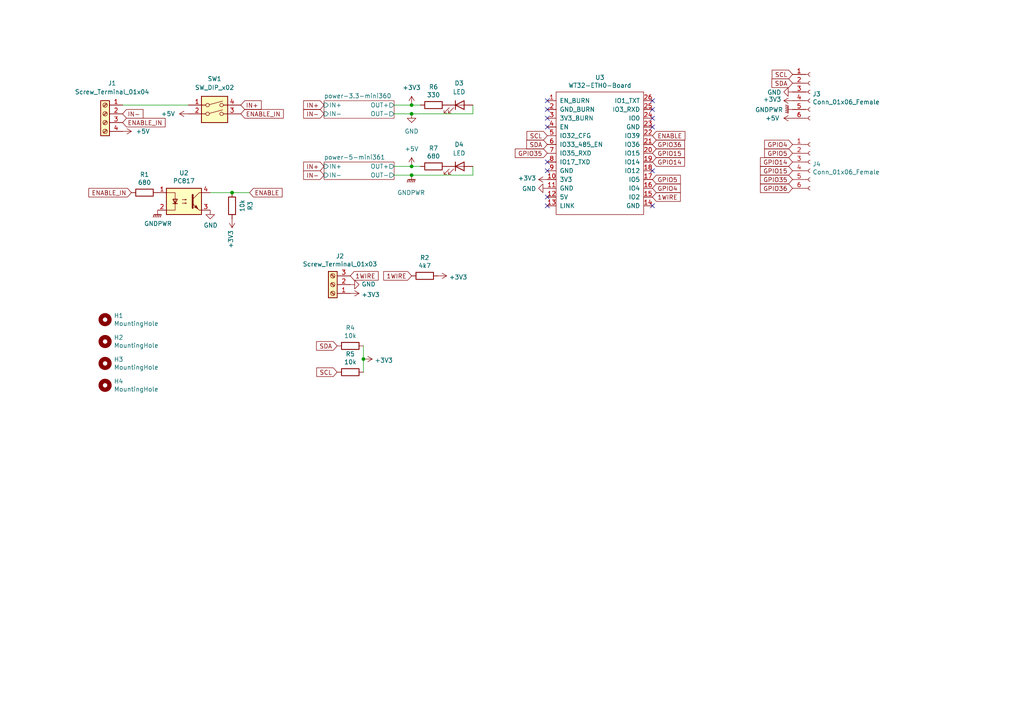
<source format=kicad_sch>
(kicad_sch (version 20210621) (generator eeschema)
  (paper "A4")
  (lib_symbols
    (symbol "Connector:Conn_01x06_Female" (pin_names (offset 1.016) hide)
      (property "Reference" "J" (at 0 7.62 0))
      (property "Value" "Conn_01x06_Female" (at 0 -10.16 0))
      (symbol "Conn_01x06_Female_1_1"
        (arc (start 0 -7.112) (end 0 -8.128) (radius (at 0 -7.62) (length 0.508) (angles 90.1 -90.1)) (stroke (width 0.1524)))
        (arc (start 0 -4.572) (end 0 -5.588) (radius (at 0 -5.08) (length 0.508) (angles 90.1 -90.1)) (stroke (width 0.1524)))
        (arc (start 0 -2.032) (end 0 -3.048) (radius (at 0 -2.54) (length 0.508) (angles 90.1 -90.1)) (stroke (width 0.1524)))
        (arc (start 0 0.508) (end 0 -0.508) (radius (at 0 0) (length 0.508) (angles 90.1 -90.1)) (stroke (width 0.1524)))
        (arc (start 0 3.048) (end 0 2.032) (radius (at 0 2.54) (length 0.508) (angles 90.1 -90.1)) (stroke (width 0.1524)))
        (arc (start 0 5.588) (end 0 4.572) (radius (at 0 5.08) (length 0.508) (angles 90.1 -90.1)) (stroke (width 0.1524)))
        (polyline (pts (xy -1.27 -7.62) (xy -0.508 -7.62)) (stroke (width 0.1524)))
        (polyline (pts (xy -1.27 -5.08) (xy -0.508 -5.08)) (stroke (width 0.1524)))
        (polyline (pts (xy -1.27 -2.54) (xy -0.508 -2.54)) (stroke (width 0.1524)))
        (polyline (pts (xy -1.27 0) (xy -0.508 0)) (stroke (width 0.1524)))
        (polyline (pts (xy -1.27 2.54) (xy -0.508 2.54)) (stroke (width 0.1524)))
        (polyline (pts (xy -1.27 5.08) (xy -0.508 5.08)) (stroke (width 0.1524)))
        (pin passive line (at -5.08 5.08 0) (length 3.81) (name "Pin_1") (number "1"))
        (pin passive line (at -5.08 2.54 0) (length 3.81) (name "Pin_2") (number "2"))
        (pin passive line (at -5.08 0 0) (length 3.81) (name "Pin_3") (number "3"))
        (pin passive line (at -5.08 -2.54 0) (length 3.81) (name "Pin_4") (number "4"))
        (pin passive line (at -5.08 -5.08 0) (length 3.81) (name "Pin_5") (number "5"))
        (pin passive line (at -5.08 -7.62 0) (length 3.81) (name "Pin_6") (number "6"))
      )
    )
    (symbol "Connector:Screw_Terminal_01x03" (pin_names (offset 1.016) hide)
      (property "Reference" "J" (at 0 5.08 0))
      (property "Value" "Screw_Terminal_01x03" (at 0 -5.08 0))
      (symbol "Screw_Terminal_01x03_1_1"
        (circle (center 0 -2.54) (radius 0.635) (stroke (width 0.1524)))
        (circle (center 0 0) (radius 0.635) (stroke (width 0.1524)))
        (circle (center 0 2.54) (radius 0.635) (stroke (width 0.1524)))
        (rectangle (start -1.27 3.81) (end 1.27 -3.81) (stroke (width 0.254)) (fill (type background)))
        (polyline (pts (xy -0.5334 -2.2098) (xy 0.3302 -3.048)) (stroke (width 0.1524)))
        (polyline (pts (xy -0.5334 0.3302) (xy 0.3302 -0.508)) (stroke (width 0.1524)))
        (polyline (pts (xy -0.5334 2.8702) (xy 0.3302 2.032)) (stroke (width 0.1524)))
        (polyline (pts (xy -0.3556 -2.032) (xy 0.508 -2.8702)) (stroke (width 0.1524)))
        (polyline (pts (xy -0.3556 0.508) (xy 0.508 -0.3302)) (stroke (width 0.1524)))
        (polyline (pts (xy -0.3556 3.048) (xy 0.508 2.2098)) (stroke (width 0.1524)))
        (pin passive line (at -5.08 2.54 0) (length 3.81) (name "Pin_1") (number "1"))
        (pin passive line (at -5.08 0 0) (length 3.81) (name "Pin_2") (number "2"))
        (pin passive line (at -5.08 -2.54 0) (length 3.81) (name "Pin_3") (number "3"))
      )
    )
    (symbol "Connector:Screw_Terminal_01x04" (pin_names (offset 1.016) hide)
      (property "Reference" "J" (at 0 5.08 0))
      (property "Value" "Screw_Terminal_01x04" (at 0 -7.62 0))
      (symbol "Screw_Terminal_01x04_1_1"
        (circle (center 0 -5.08) (radius 0.635) (stroke (width 0.1524)))
        (circle (center 0 -2.54) (radius 0.635) (stroke (width 0.1524)))
        (circle (center 0 0) (radius 0.635) (stroke (width 0.1524)))
        (circle (center 0 2.54) (radius 0.635) (stroke (width 0.1524)))
        (rectangle (start -1.27 3.81) (end 1.27 -6.35) (stroke (width 0.254)) (fill (type background)))
        (polyline (pts (xy -0.5334 -4.7498) (xy 0.3302 -5.588)) (stroke (width 0.1524)))
        (polyline (pts (xy -0.5334 -2.2098) (xy 0.3302 -3.048)) (stroke (width 0.1524)))
        (polyline (pts (xy -0.5334 0.3302) (xy 0.3302 -0.508)) (stroke (width 0.1524)))
        (polyline (pts (xy -0.5334 2.8702) (xy 0.3302 2.032)) (stroke (width 0.1524)))
        (polyline (pts (xy -0.3556 -4.572) (xy 0.508 -5.4102)) (stroke (width 0.1524)))
        (polyline (pts (xy -0.3556 -2.032) (xy 0.508 -2.8702)) (stroke (width 0.1524)))
        (polyline (pts (xy -0.3556 0.508) (xy 0.508 -0.3302)) (stroke (width 0.1524)))
        (polyline (pts (xy -0.3556 3.048) (xy 0.508 2.2098)) (stroke (width 0.1524)))
        (pin passive line (at -5.08 2.54 0) (length 3.81) (name "Pin_1") (number "1"))
        (pin passive line (at -5.08 0 0) (length 3.81) (name "Pin_2") (number "2"))
        (pin passive line (at -5.08 -2.54 0) (length 3.81) (name "Pin_3") (number "3"))
        (pin passive line (at -5.08 -5.08 0) (length 3.81) (name "Pin_4") (number "4"))
      )
    )
    (symbol "Device:LED" (pin_numbers hide) (pin_names (offset 1.016) hide)
      (property "Reference" "D" (at 0 2.54 0))
      (property "Value" "LED" (at 0 -2.54 0))
      (symbol "LED_0_1"
        (polyline (pts (xy -1.27 -1.27) (xy -1.27 1.27)) (stroke (width 0.254)))
        (polyline (pts (xy -1.27 0) (xy 1.27 0)))
        (polyline (pts (xy 1.27 -1.27) (xy 1.27 1.27) (xy -1.27 0) (xy 1.27 -1.27)) (stroke (width 0.254)))
        (polyline (pts (xy -3.048 -0.762) (xy -4.572 -2.286) (xy -3.81 -2.286) (xy -4.572 -2.286) (xy -4.572 -1.524)))
        (polyline (pts (xy -1.778 -0.762) (xy -3.302 -2.286) (xy -2.54 -2.286) (xy -3.302 -2.286) (xy -3.302 -1.524)))
      )
      (symbol "LED_1_1"
        (pin passive line (at -3.81 0 0) (length 2.54) (name "K") (number "1"))
        (pin passive line (at 3.81 0 180) (length 2.54) (name "A") (number "2"))
      )
    )
    (symbol "Device:R" (pin_numbers hide) (pin_names (offset 0))
      (property "Reference" "R" (at 2.032 0 90))
      (property "Value" "R" (at 0 0 90))
      (symbol "R_0_1"
        (rectangle (start -1.016 -2.54) (end 1.016 2.54) (stroke (width 0.254)))
      )
      (symbol "R_1_1"
        (pin passive line (at 0 3.81 270) (length 1.27) (name "~") (number "1"))
        (pin passive line (at 0 -3.81 90) (length 1.27) (name "~") (number "2"))
      )
    )
    (symbol "Isolator:PC817" (pin_names (offset 1.016))
      (property "Reference" "U" (at -5.08 5.08 0))
      (property "Value" "PC817" (at 0 5.08 0))
      (symbol "PC817_0_1"
        (rectangle (start -5.08 3.81) (end 5.08 -3.81) (stroke (width 0.254)) (fill (type background)))
        (polyline (pts (xy -3.175 -0.635) (xy -1.905 -0.635)) (stroke (width 0.254)))
        (polyline (pts (xy 2.54 0.635) (xy 4.445 2.54)))
        (polyline (pts (xy 4.445 -2.54) (xy 5.08 -2.54)))
        (polyline (pts (xy 4.445 2.54) (xy 5.08 2.54)))
        (polyline (pts (xy -5.08 2.54) (xy -2.54 2.54) (xy -2.54 -0.635)))
        (polyline (pts (xy -2.54 -0.635) (xy -2.54 -2.54) (xy -5.08 -2.54)))
        (polyline (pts (xy 2.54 1.905) (xy 2.54 -1.905) (xy 2.54 -1.905)) (stroke (width 0.508)))
        (polyline (pts (xy -2.54 -0.635) (xy -3.175 0.635) (xy -1.905 0.635) (xy -2.54 -0.635)) (stroke (width 0.254)))
        (polyline (pts (xy -0.508 -0.508) (xy 0.762 -0.508) (xy 0.381 -0.635) (xy 0.381 -0.381) (xy 0.762 -0.508)))
        (polyline (pts (xy -0.508 0.508) (xy 0.762 0.508) (xy 0.381 0.381) (xy 0.381 0.635) (xy 0.762 0.508)))
        (polyline (pts (xy 4.445 -2.54) (xy 2.54 -0.635)) (fill (type outline)))
        (polyline (pts (xy 3.048 -1.651) (xy 3.556 -1.143) (xy 4.064 -2.159) (xy 3.048 -1.651) (xy 3.048 -1.651)) (fill (type outline)))
      )
      (symbol "PC817_1_1"
        (pin passive line (at -7.62 2.54 0) (length 2.54) (name "~") (number "1"))
        (pin passive line (at -7.62 -2.54 0) (length 2.54) (name "~") (number "2"))
        (pin passive line (at 7.62 -2.54 180) (length 2.54) (name "~") (number "3"))
        (pin passive line (at 7.62 2.54 180) (length 2.54) (name "~") (number "4"))
      )
    )
    (symbol "Mechanical:MountingHole" (pin_names (offset 1.016))
      (property "Reference" "H" (at 0 5.08 0))
      (property "Value" "MountingHole" (at 0 3.175 0))
      (symbol "MountingHole_0_1"
        (circle (center 0 0) (radius 1.27) (stroke (width 1.27)))
      )
    )
    (symbol "Switch:SW_DIP_x02" (pin_names (offset 0) hide)
      (property "Reference" "SW" (at 0 6.35 0))
      (property "Value" "SW_DIP_x02" (at 0 -3.81 0))
      (symbol "SW_DIP_x02_0_0"
        (circle (center -2.032 0) (radius 0.508))
        (circle (center -2.032 2.54) (radius 0.508))
        (circle (center 2.032 0) (radius 0.508))
        (circle (center 2.032 2.54) (radius 0.508))
        (polyline (pts (xy -1.524 0.127) (xy 2.3622 1.1684)))
        (polyline (pts (xy -1.524 2.667) (xy 2.3622 3.7084)))
      )
      (symbol "SW_DIP_x02_0_1"
        (rectangle (start -3.81 5.08) (end 3.81 -2.54) (stroke (width 0.254)) (fill (type background)))
      )
      (symbol "SW_DIP_x02_1_1"
        (pin passive line (at -7.62 2.54 0) (length 5.08) (name "~") (number "1"))
        (pin passive line (at -7.62 0 0) (length 5.08) (name "~") (number "2"))
        (pin passive line (at 7.62 0 180) (length 5.08) (name "~") (number "3"))
        (pin passive line (at 7.62 2.54 180) (length 5.08) (name "~") (number "4"))
      )
    )
    (symbol "master-wt32-eth01-rescue:WT32-ETH0-Board-boards" (pin_names (offset 1.016))
      (property "Reference" "U" (at -11.43 19.05 0))
      (property "Value" "WT32-ETH0-Board-boards" (at 0 -19.05 0))
      (symbol "WT32-ETH0-Board-boards_0_1"
        (rectangle (start -12.7 17.78) (end 12.7 -17.78))
      )
      (symbol "WT32-ETH0-Board-boards_1_1"
        (pin input line (at -15.24 15.24 0) (length 2.54) (name "EN_BURN") (number "1"))
        (pin power_in line (at -15.24 -7.62 0) (length 2.54) (name "3V3") (number "10"))
        (pin power_in line (at -15.24 -10.16 0) (length 2.54) (name "GND") (number "11"))
        (pin power_in line (at -15.24 -12.7 0) (length 2.54) (name "5V") (number "12"))
        (pin bidirectional line (at -15.24 -15.24 0) (length 2.54) (name "LINK") (number "13"))
        (pin power_in line (at 15.24 -15.24 180) (length 2.54) (name "GND") (number "14"))
        (pin bidirectional line (at 15.24 -12.7 180) (length 2.54) (name "IO2") (number "15"))
        (pin bidirectional line (at 15.24 -10.16 180) (length 2.54) (name "IO4") (number "16"))
        (pin bidirectional line (at 15.24 -7.62 180) (length 2.54) (name "IO5") (number "17"))
        (pin bidirectional line (at 15.24 -5.08 180) (length 2.54) (name "IO12") (number "18"))
        (pin bidirectional line (at 15.24 -2.54 180) (length 2.54) (name "IO14") (number "19"))
        (pin power_in line (at -15.24 12.7 0) (length 2.54) (name "GND_BURN") (number "2"))
        (pin bidirectional line (at 15.24 0 180) (length 2.54) (name "IO15") (number "20"))
        (pin input line (at 15.24 2.54 180) (length 2.54) (name "IO36") (number "21"))
        (pin input line (at 15.24 5.08 180) (length 2.54) (name "IO39") (number "22"))
        (pin power_in line (at 15.24 7.62 180) (length 2.54) (name "GND") (number "23"))
        (pin bidirectional line (at 15.24 10.16 180) (length 2.54) (name "IO0") (number "24"))
        (pin bidirectional line (at 15.24 12.7 180) (length 2.54) (name "IO3_RXD") (number "25"))
        (pin bidirectional line (at 15.24 15.24 180) (length 2.54) (name "IO1_TXT") (number "26"))
        (pin power_in line (at -15.24 10.16 0) (length 2.54) (name "3V3_BURN") (number "3"))
        (pin input line (at -15.24 7.62 0) (length 2.54) (name "EN") (number "4"))
        (pin bidirectional line (at -15.24 5.08 0) (length 2.54) (name "IO32_CFG") (number "5"))
        (pin bidirectional line (at -15.24 2.54 0) (length 2.54) (name "IO33_485_EN") (number "6"))
        (pin input line (at -15.24 0 0) (length 2.54) (name "IO35_RXD") (number "7"))
        (pin bidirectional line (at -15.24 -2.54 0) (length 2.54) (name "IO17_TXD") (number "8"))
        (pin power_in line (at -15.24 -5.08 0) (length 2.54) (name "GND") (number "9"))
      )
    )
    (symbol "power:+3.3V" (power) (pin_names (offset 0))
      (property "Value" "+3.3V" (at 0 3.556 0))
      (symbol "+3.3V_0_1"
        (polyline (pts (xy -0.762 1.27) (xy 0 2.54)))
        (polyline (pts (xy 0 0) (xy 0 2.54)))
        (polyline (pts (xy 0 2.54) (xy 0.762 1.27)))
      )
      (symbol "+3.3V_1_1"
        (pin power_in line (at 0 0 90) (length 0) hide (name "+3V3") (number "1"))
      )
    )
    (symbol "power:+5V" (power) (pin_names (offset 0))
      (property "Value" "+5V" (at 0 3.556 0))
      (symbol "+5V_0_1"
        (polyline (pts (xy -0.762 1.27) (xy 0 2.54)))
        (polyline (pts (xy 0 0) (xy 0 2.54)))
        (polyline (pts (xy 0 2.54) (xy 0.762 1.27)))
      )
      (symbol "+5V_1_1"
        (pin power_in line (at 0 0 90) (length 0) hide (name "+5V") (number "1"))
      )
    )
    (symbol "power:GND" (power) (pin_names (offset 0))
      (property "Value" "GND" (at 0 -3.81 0))
      (symbol "GND_0_1"
        (polyline (pts (xy 0 0) (xy 0 -1.27) (xy 1.27 -1.27) (xy 0 -2.54) (xy -1.27 -1.27) (xy 0 -1.27)))
      )
      (symbol "GND_1_1"
        (pin power_in line (at 0 0 270) (length 0) hide (name "GND") (number "1"))
      )
    )
    (symbol "power:GNDPWR" (power) (pin_names (offset 0))
      (property "Value" "GNDPWR" (at 0 -3.302 0))
      (symbol "GNDPWR_0_1"
        (polyline (pts (xy 0 -1.27) (xy 0 0)))
        (polyline (pts (xy -1.016 -1.27) (xy -1.27 -2.032) (xy -1.27 -2.032)) (stroke (width 0.2032)))
        (polyline (pts (xy -0.508 -1.27) (xy -0.762 -2.032) (xy -0.762 -2.032)) (stroke (width 0.2032)))
        (polyline (pts (xy 0 -1.27) (xy -0.254 -2.032) (xy -0.254 -2.032)) (stroke (width 0.2032)))
        (polyline (pts (xy 0.508 -1.27) (xy 0.254 -2.032) (xy 0.254 -2.032)) (stroke (width 0.2032)))
        (polyline (pts (xy 1.016 -1.27) (xy -1.016 -1.27) (xy -1.016 -1.27)) (stroke (width 0.2032)))
        (polyline (pts (xy 1.016 -1.27) (xy 0.762 -2.032) (xy 0.762 -2.032) (xy 0.762 -2.032)) (stroke (width 0.2032)))
      )
      (symbol "GNDPWR_1_1"
        (pin power_in line (at 0 0 270) (length 0) hide (name "GNDPWR") (number "1"))
      )
    )
  )
  (junction (at 67.31 55.88) (diameter 0.9144))
  (junction (at 105.41 104.14) (diameter 0.9144))
  (junction (at 119.38 30.48) (diameter 0.9144))
  (junction (at 119.38 33.02) (diameter 0.9144))
  (junction (at 119.38 48.26) (diameter 0.9144))
  (junction (at 119.38 50.8) (diameter 0.9144))
  (no_connect (at 158.75 29.21))
  (no_connect (at 158.75 31.75))
  (no_connect (at 158.75 34.29))
  (no_connect (at 158.75 36.83))
  (no_connect (at 158.75 46.99))
  (no_connect (at 158.75 49.53))
  (no_connect (at 158.75 57.15))
  (no_connect (at 158.75 59.69))
  (no_connect (at 189.23 29.21))
  (no_connect (at 189.23 31.75))
  (no_connect (at 189.23 34.29))
  (no_connect (at 189.23 36.83))
  (no_connect (at 189.23 49.53))
  (no_connect (at 189.23 59.69))
  (wire (pts (xy 35.56 30.48) (xy 54.61 30.48)))
  (wire (pts (xy 60.96 55.88) (xy 67.31 55.88)))
  (wire (pts (xy 67.31 55.88) (xy 72.39 55.88)))
  (wire (pts (xy 105.41 100.33) (xy 105.41 104.14)))
  (wire (pts (xy 105.41 104.14) (xy 105.41 107.95)))
  (wire (pts (xy 114.3 30.48) (xy 119.38 30.48)))
  (wire (pts (xy 114.3 33.02) (xy 119.38 33.02)))
  (wire (pts (xy 114.3 48.26) (xy 119.38 48.26)))
  (wire (pts (xy 114.3 50.8) (xy 119.38 50.8)))
  (wire (pts (xy 119.38 30.48) (xy 121.92 30.48)))
  (wire (pts (xy 119.38 48.26) (xy 121.92 48.26)))
  (wire (pts (xy 137.16 30.48) (xy 137.16 33.02)))
  (wire (pts (xy 137.16 33.02) (xy 119.38 33.02)))
  (wire (pts (xy 137.16 48.26) (xy 137.16 50.8)))
  (wire (pts (xy 137.16 50.8) (xy 119.38 50.8)))
  (global_label "IN-" (shape input) (at 35.56 33.02 0) (property "Intersheet References" "${INTERSHEET_REFS}" (effects hide)))
  (global_label "ENABLE_IN" (shape input) (at 35.56 35.56 0) (property "Intersheet References" "${INTERSHEET_REFS}" (effects hide)))
  (global_label "ENABLE_IN" (shape input) (at 38.1 55.88 180) (property "Intersheet References" "${INTERSHEET_REFS}" (effects hide)))
  (global_label "IN+" (shape input) (at 69.85 30.48 0) (property "Intersheet References" "${INTERSHEET_REFS}" (effects hide)))
  (global_label "ENABLE_IN" (shape input) (at 69.85 33.02 0) (property "Intersheet References" "${INTERSHEET_REFS}" (effects hide)))
  (global_label "ENABLE" (shape input) (at 72.39 55.88 0) (property "Intersheet References" "${INTERSHEET_REFS}" (effects hide)))
  (global_label "IN+" (shape input) (at 93.98 30.48 180) (property "Intersheet References" "${INTERSHEET_REFS}" (effects hide)))
  (global_label "IN-" (shape input) (at 93.98 33.02 180) (property "Intersheet References" "${INTERSHEET_REFS}" (effects hide)))
  (global_label "IN+" (shape input) (at 93.98 48.26 180) (property "Intersheet References" "${INTERSHEET_REFS}" (effects hide)))
  (global_label "IN-" (shape input) (at 93.98 50.8 180) (property "Intersheet References" "${INTERSHEET_REFS}" (effects hide)))
  (global_label "SDA" (shape input) (at 97.79 100.33 180) (property "Intersheet References" "${INTERSHEET_REFS}" (effects hide)))
  (global_label "SCL" (shape input) (at 97.79 107.95 180) (property "Intersheet References" "${INTERSHEET_REFS}" (effects hide)))
  (global_label "1WIRE" (shape input) (at 101.6 80.01 0) (property "Intersheet References" "${INTERSHEET_REFS}" (effects hide)))
  (global_label "1WIRE" (shape input) (at 119.38 80.01 180) (property "Intersheet References" "${INTERSHEET_REFS}" (effects hide)))
  (global_label "SCL" (shape input) (at 158.75 39.37 180) (property "Intersheet References" "${INTERSHEET_REFS}" (effects hide)))
  (global_label "SDA" (shape input) (at 158.75 41.91 180) (property "Intersheet References" "${INTERSHEET_REFS}" (effects hide)))
  (global_label "GPIO35" (shape input) (at 158.75 44.45 180) (property "Intersheet References" "${INTERSHEET_REFS}" (effects hide)))
  (global_label "ENABLE" (shape input) (at 189.23 39.37 0) (property "Intersheet References" "${INTERSHEET_REFS}" (effects hide)))
  (global_label "GPIO36" (shape input) (at 189.23 41.91 0) (property "Intersheet References" "${INTERSHEET_REFS}" (effects hide)))
  (global_label "GPIO15" (shape input) (at 189.23 44.45 0) (property "Intersheet References" "${INTERSHEET_REFS}" (effects hide)))
  (global_label "GPIO14" (shape input) (at 189.23 46.99 0) (property "Intersheet References" "${INTERSHEET_REFS}" (effects hide)))
  (global_label "GPIO5" (shape input) (at 189.23 52.07 0) (property "Intersheet References" "${INTERSHEET_REFS}" (effects hide)))
  (global_label "GPIO4" (shape input) (at 189.23 54.61 0) (property "Intersheet References" "${INTERSHEET_REFS}" (effects hide)))
  (global_label "1WIRE" (shape input) (at 189.23 57.15 0) (property "Intersheet References" "${INTERSHEET_REFS}" (effects hide)))
  (global_label "SCL" (shape input) (at 229.87 21.59 180) (property "Intersheet References" "${INTERSHEET_REFS}" (effects hide)))
  (global_label "SDA" (shape input) (at 229.87 24.13 180) (property "Intersheet References" "${INTERSHEET_REFS}" (effects hide)))
  (global_label "GPIO4" (shape input) (at 229.87 41.91 180) (property "Intersheet References" "${INTERSHEET_REFS}" (effects hide)))
  (global_label "GPIO5" (shape input) (at 229.87 44.45 180) (property "Intersheet References" "${INTERSHEET_REFS}" (effects hide)))
  (global_label "GPIO14" (shape input) (at 229.87 46.99 180) (property "Intersheet References" "${INTERSHEET_REFS}" (effects hide)))
  (global_label "GPIO15" (shape input) (at 229.87 49.53 180) (property "Intersheet References" "${INTERSHEET_REFS}" (effects hide)))
  (global_label "GPIO35" (shape input) (at 229.87 52.07 180) (property "Intersheet References" "${INTERSHEET_REFS}" (effects hide)))
  (global_label "GPIO36" (shape input) (at 229.87 54.61 180) (property "Intersheet References" "${INTERSHEET_REFS}" (effects hide)))
  (symbol (lib_id "power:+5V") (at 35.56 38.1 270) (unit 1)
    (property "Reference" "#PWR0115" (effects hide))
    (property "Value" "+5V" (at 39.37 38.0999 90) (effects (justify left)))
  )
  (symbol (lib_id "power:+5V") (at 54.61 33.02 90) (unit 1)
    (property "Reference" "#PWR0114" (effects hide))
    (property "Value" "+5V" (at 50.8 33.0199 90) (effects (justify left)))
  )
  (symbol (lib_id "power:+3.3V") (at 67.31 63.5 180) (unit 1)
    (property "Reference" "#PWR0109" (effects hide))
    (property "Value" "+3.3V" (at 66.929 66.7512 90) (effects (justify left)))
  )
  (symbol (lib_id "power:+3.3V") (at 101.6 85.09 270) (unit 1)
    (property "Reference" "#PWR0112" (effects hide))
    (property "Value" "+3.3V" (at 104.8512 85.471 90) (effects (justify left)))
  )
  (symbol (lib_id "power:+3.3V") (at 105.41 104.14 270) (unit 1)
    (property "Reference" "#PWR0116" (effects hide))
    (property "Value" "+3.3V" (at 108.6612 104.521 90) (effects (justify left)))
  )
  (symbol (lib_id "power:+3.3V") (at 119.38 30.48 0) (unit 1)
    (property "Reference" "#PWR0105" (effects hide))
    (property "Value" "+3.3V" (at 119.38 25.4 0))
  )
  (symbol (lib_id "power:+5V") (at 119.38 48.26 0) (unit 1)
    (property "Reference" "#PWR0106" (effects hide))
    (property "Value" "+5V" (at 119.38 43.18 0))
  )
  (symbol (lib_id "power:+3.3V") (at 127 80.01 270) (unit 1)
    (property "Reference" "#PWR0110" (effects hide))
    (property "Value" "+3.3V" (at 130.2512 80.391 90) (effects (justify left)))
  )
  (symbol (lib_id "power:+3.3V") (at 158.75 52.07 90) (unit 1)
    (property "Reference" "#PWR0102" (effects hide))
    (property "Value" "+3.3V" (at 155.4988 51.689 90) (effects (justify left)))
  )
  (symbol (lib_id "power:+3.3V") (at 229.87 29.21 90) (unit 1)
    (property "Reference" "#PWR06" (effects hide))
    (property "Value" "+3.3V" (at 226.6188 28.829 90) (effects (justify left)))
  )
  (symbol (lib_id "power:+5V") (at 229.87 34.29 90) (unit 1)
    (property "Reference" "#PWR0101" (effects hide))
    (property "Value" "+5V" (at 226.06 34.2899 90) (effects (justify left)))
  )
  (symbol (lib_id "power:GNDPWR") (at 45.72 60.96 0) (unit 1)
    (property "Reference" "#PWR0111" (effects hide))
    (property "Value" "GNDPWR" (at 45.8216 64.8716 0))
  )
  (symbol (lib_id "power:GNDPWR") (at 119.38 50.8 0) (unit 1)
    (property "Reference" "#PWR0107" (effects hide))
    (property "Value" "GNDPWR" (at 119.253 55.88 0))
  )
  (symbol (lib_id "power:GNDPWR") (at 229.87 31.75 270) (unit 1)
    (property "Reference" "#PWR07" (effects hide))
    (property "Value" "GNDPWR" (at 227.1014 31.8516 90) (effects (justify right)))
  )
  (symbol (lib_id "power:GND") (at 60.96 60.96 0) (unit 1)
    (property "Reference" "#PWR0108" (effects hide))
    (property "Value" "GND" (at 61.087 65.3542 0))
  )
  (symbol (lib_id "power:GND") (at 101.6 82.55 90) (unit 1)
    (property "Reference" "#PWR0113" (effects hide))
    (property "Value" "GND" (at 104.8512 82.423 90) (effects (justify right)))
  )
  (symbol (lib_id "power:GND") (at 119.38 33.02 0) (unit 1)
    (property "Reference" "#PWR0104" (effects hide))
    (property "Value" "GND" (at 119.38 38.1 0))
  )
  (symbol (lib_id "power:GND") (at 158.75 54.61 270) (unit 1)
    (property "Reference" "#PWR0103" (effects hide))
    (property "Value" "GND" (at 155.4988 54.737 90) (effects (justify right)))
  )
  (symbol (lib_id "power:GND") (at 229.87 26.67 270) (unit 1)
    (property "Reference" "#PWR05" (effects hide))
    (property "Value" "GND" (at 226.6188 26.797 90) (effects (justify right)))
  )
  (symbol (lib_id "Mechanical:MountingHole") (at 30.48 92.71 0) (unit 1)
    (property "Reference" "H1" (at 33.02 91.5416 0) (effects (justify left)))
    (property "Value" "MountingHole" (at 33.02 93.853 0) (effects (justify left)))
    (property "Footprint" "MountingHole:MountingHole_3.2mm_M3" (effects hide))
  )
  (symbol (lib_id "Mechanical:MountingHole") (at 30.48 99.06 0) (unit 1)
    (property "Reference" "H2" (at 33.02 97.8916 0) (effects (justify left)))
    (property "Value" "MountingHole" (at 33.02 100.203 0) (effects (justify left)))
    (property "Footprint" "MountingHole:MountingHole_3.2mm_M3" (effects hide))
  )
  (symbol (lib_id "Mechanical:MountingHole") (at 30.48 105.41 0) (unit 1)
    (property "Reference" "H3" (at 33.02 104.2416 0) (effects (justify left)))
    (property "Value" "MountingHole" (at 33.02 106.553 0) (effects (justify left)))
    (property "Footprint" "MountingHole:MountingHole_3.2mm_M3" (effects hide))
  )
  (symbol (lib_id "Mechanical:MountingHole") (at 30.48 111.76 0) (unit 1)
    (property "Reference" "H4" (at 33.02 110.5916 0) (effects (justify left)))
    (property "Value" "MountingHole" (at 33.02 112.903 0) (effects (justify left)))
    (property "Footprint" "MountingHole:MountingHole_3.2mm_M3" (effects hide))
  )
  (symbol (lib_id "Device:R") (at 41.91 55.88 270) (unit 1)
    (property "Reference" "R1" (at 41.91 50.6222 90))
    (property "Value" "680" (at 41.91 52.9336 90))
    (property "Footprint" "Resistor_THT:R_Axial_DIN0207_L6.3mm_D2.5mm_P7.62mm_Horizontal" (effects hide))
  )
  (symbol (lib_id "Device:R") (at 67.31 59.69 180) (unit 1)
    (property "Reference" "R3" (at 72.5678 59.69 90))
    (property "Value" "10k" (at 70.2564 59.69 90))
    (property "Footprint" "Resistor_THT:R_Axial_DIN0207_L6.3mm_D2.5mm_P7.62mm_Horizontal" (effects hide))
  )
  (symbol (lib_id "Device:R") (at 101.6 100.33 270) (unit 1)
    (property "Reference" "R4" (at 101.6 95.0722 90))
    (property "Value" "10k" (at 101.6 97.3836 90))
    (property "Footprint" "Resistor_THT:R_Axial_DIN0207_L6.3mm_D2.5mm_P7.62mm_Horizontal" (effects hide))
    (property "Datasheet" "https://datasheet.lcsc.com/lcsc/1809301717_UNI-ROYAL-Uniroyal-Elec-0402WGF1002TCE_C25744.pdf" (effects hide))
    (property "LCSC" "C25744" (effects hide))
  )
  (symbol (lib_id "Device:R") (at 101.6 107.95 270) (unit 1)
    (property "Reference" "R5" (at 101.6 102.6922 90))
    (property "Value" "10k" (at 101.6 105.0036 90))
    (property "Footprint" "Resistor_THT:R_Axial_DIN0207_L6.3mm_D2.5mm_P7.62mm_Horizontal" (effects hide))
    (property "Datasheet" "https://datasheet.lcsc.com/lcsc/1809301717_UNI-ROYAL-Uniroyal-Elec-0402WGF1002TCE_C25744.pdf" (effects hide))
    (property "LCSC" "C25744" (effects hide))
  )
  (symbol (lib_id "Device:R") (at 123.19 80.01 270) (unit 1)
    (property "Reference" "R2" (at 123.19 74.7522 90))
    (property "Value" "4k7" (at 123.19 77.0636 90))
    (property "Footprint" "Resistor_THT:R_Axial_DIN0207_L6.3mm_D2.5mm_P7.62mm_Horizontal" (effects hide))
  )
  (symbol (lib_id "Device:R") (at 125.73 30.48 270) (unit 1)
    (property "Reference" "R6" (at 125.73 25.2222 90))
    (property "Value" "330" (at 125.73 27.5336 90))
    (property "Footprint" "Resistor_THT:R_Axial_DIN0207_L6.3mm_D2.5mm_P7.62mm_Horizontal" (effects hide))
  )
  (symbol (lib_id "Device:R") (at 125.73 48.26 270) (unit 1)
    (property "Reference" "R7" (at 125.73 43.0022 90))
    (property "Value" "680" (at 125.73 45.3136 90))
    (property "Footprint" "Resistor_THT:R_Axial_DIN0207_L6.3mm_D2.5mm_P7.62mm_Horizontal" (effects hide))
  )
  (symbol (lib_id "Device:LED") (at 133.35 30.48 0) (unit 1)
    (property "Reference" "D3" (at 133.1595 24.13 0))
    (property "Value" "LED" (at 133.1595 26.67 0))
    (property "Footprint" "LED_THT:LED_D5.0mm" (effects hide))
  )
  (symbol (lib_id "Device:LED") (at 133.35 48.26 0) (unit 1)
    (property "Reference" "D4" (at 133.1595 41.91 0))
    (property "Value" "LED" (at 133.1595 44.45 0))
    (property "Footprint" "LED_THT:LED_D5.0mm" (effects hide))
  )
  (symbol (lib_id "Connector:Screw_Terminal_01x03") (at 96.52 82.55 180) (unit 1)
    (property "Reference" "J2" (at 98.6028 74.295 0))
    (property "Value" "Screw_Terminal_01x03" (at 98.6028 76.6064 0))
    (property "Footprint" "TerminalBlock:TerminalBlock_bornier-3_P5.08mm" (effects hide))
  )
  (symbol (lib_id "Connector:Screw_Terminal_01x04") (at 30.48 33.02 0) (mirror y) (unit 1)
    (property "Reference" "J1" (at 32.512 24.13 0))
    (property "Value" "Screw_Terminal_01x04" (at 32.512 26.67 0))
    (property "Footprint" "TerminalBlock:TerminalBlock_bornier-4_P5.08mm" (effects hide))
  )
  (symbol (lib_id "Connector:Conn_01x06_Female") (at 234.95 26.67 0) (unit 1)
    (property "Reference" "J3" (at 235.6612 27.2796 0) (effects (justify left)))
    (property "Value" "Conn_01x06_Female" (at 235.6612 29.591 0) (effects (justify left)))
    (property "Footprint" "Connector_PinSocket_2.54mm:PinSocket_1x06_P2.54mm_Horizontal" (effects hide))
  )
  (symbol (lib_id "Connector:Conn_01x06_Female") (at 234.95 46.99 0) (unit 1)
    (property "Reference" "J4" (at 235.6612 47.5996 0) (effects (justify left)))
    (property "Value" "Conn_01x06_Female" (at 235.6612 49.911 0) (effects (justify left)))
    (property "Footprint" "Connector_PinSocket_2.54mm:PinSocket_1x06_P2.54mm_Horizontal" (effects hide))
  )
  (symbol (lib_id "Isolator:PC817") (at 53.34 58.42 0) (unit 1)
    (property "Reference" "U2" (at 53.34 50.165 0))
    (property "Value" "PC817" (at 53.34 52.4764 0))
    (property "Footprint" "Package_DIP:DIP-4_W7.62mm" (effects hide))
    (property "Datasheet" "http://www.soselectronic.cz/a_info/resource/d/pc817.pdf" (effects hide))
  )
  (symbol (lib_id "Switch:SW_DIP_x02") (at 62.23 33.02 0) (unit 1)
    (property "Reference" "SW1" (at 62.23 22.86 0))
    (property "Value" "SW_DIP_x02" (at 62.23 25.4 0))
    (property "Footprint" "Button_Switch_THT:SW_DIP_SPSTx02_Slide_9.78x7.26mm_W7.62mm_P2.54mm" (effects hide))
  )
  (symbol (lib_id "master-wt32-eth01-rescue:WT32-ETH0-Board-boards") (at 173.99 44.45 0) (unit 1)
    (property "Reference" "U3" (at 173.99 22.479 0))
    (property "Value" "WT32-ETH0-Board" (at 173.99 24.7904 0))
    (property "Footprint" "boards:WT32-ETH01-Board-Reversed" (effects hide))
  )
  (sheet (at 93.98 29.21) (size 20.32 5.08) (stroke (width 0.0006))
    (property "Sheet name" "power-3.3-mini360" (at 93.98 28.5743 0) (effects (justify left bottom)))
    (property "Sheet file" "../include/power-mini360.kicad_sch" (effects hide))
    (pin "IN+" input (at 93.98 30.48 180))
    (pin "IN-" input (at 93.98 33.02 180))
    (pin "OUT+" output (at 114.3 30.48 0))
    (pin "OUT-" output (at 114.3 33.02 0))
  )
  (sheet (at 93.98 46.99) (size 20.32 5.08) (stroke (width 0.0006))
    (property "Sheet name" "power-5-mini361" (at 93.98 46.3543 0) (effects (justify left bottom)))
    (property "Sheet file" "../include/power-mini360.kicad_sch" (effects hide))
    (pin "IN+" input (at 93.98 48.26 180))
    (pin "IN-" input (at 93.98 50.8 180))
    (pin "OUT+" output (at 114.3 48.26 0))
    (pin "OUT-" output (at 114.3 50.8 0))
  )
)
</source>
